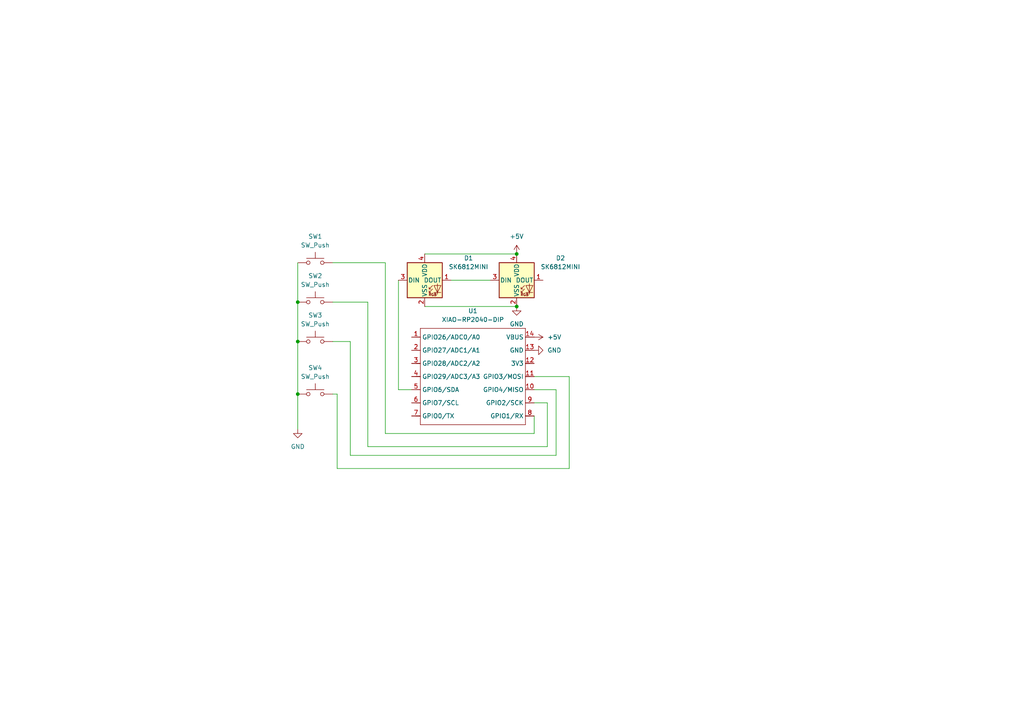
<source format=kicad_sch>
(kicad_sch
	(version 20250114)
	(generator "eeschema")
	(generator_version "9.0")
	(uuid "d315d8f8-623f-40ac-bc33-ce7b19401701")
	(paper "A4")
	(lib_symbols
		(symbol "LED:SK6812MINI"
			(pin_names
				(offset 0.254)
			)
			(exclude_from_sim no)
			(in_bom yes)
			(on_board yes)
			(property "Reference" "D"
				(at 5.08 5.715 0)
				(effects
					(font
						(size 1.27 1.27)
					)
					(justify right bottom)
				)
			)
			(property "Value" "SK6812MINI"
				(at 1.27 -5.715 0)
				(effects
					(font
						(size 1.27 1.27)
					)
					(justify left top)
				)
			)
			(property "Footprint" "LED_SMD:LED_SK6812MINI_PLCC4_3.5x3.5mm_P1.75mm"
				(at 1.27 -7.62 0)
				(effects
					(font
						(size 1.27 1.27)
					)
					(justify left top)
					(hide yes)
				)
			)
			(property "Datasheet" "https://cdn-shop.adafruit.com/product-files/2686/SK6812MINI_REV.01-1-2.pdf"
				(at 2.54 -9.525 0)
				(effects
					(font
						(size 1.27 1.27)
					)
					(justify left top)
					(hide yes)
				)
			)
			(property "Description" "RGB LED with integrated controller"
				(at 0 0 0)
				(effects
					(font
						(size 1.27 1.27)
					)
					(hide yes)
				)
			)
			(property "ki_keywords" "RGB LED NeoPixel Mini addressable"
				(at 0 0 0)
				(effects
					(font
						(size 1.27 1.27)
					)
					(hide yes)
				)
			)
			(property "ki_fp_filters" "LED*SK6812MINI*PLCC*3.5x3.5mm*P1.75mm*"
				(at 0 0 0)
				(effects
					(font
						(size 1.27 1.27)
					)
					(hide yes)
				)
			)
			(symbol "SK6812MINI_0_0"
				(text "RGB"
					(at 2.286 -4.191 0)
					(effects
						(font
							(size 0.762 0.762)
						)
					)
				)
			)
			(symbol "SK6812MINI_0_1"
				(polyline
					(pts
						(xy 1.27 -2.54) (xy 1.778 -2.54)
					)
					(stroke
						(width 0)
						(type default)
					)
					(fill
						(type none)
					)
				)
				(polyline
					(pts
						(xy 1.27 -3.556) (xy 1.778 -3.556)
					)
					(stroke
						(width 0)
						(type default)
					)
					(fill
						(type none)
					)
				)
				(polyline
					(pts
						(xy 2.286 -1.524) (xy 1.27 -2.54) (xy 1.27 -2.032)
					)
					(stroke
						(width 0)
						(type default)
					)
					(fill
						(type none)
					)
				)
				(polyline
					(pts
						(xy 2.286 -2.54) (xy 1.27 -3.556) (xy 1.27 -3.048)
					)
					(stroke
						(width 0)
						(type default)
					)
					(fill
						(type none)
					)
				)
				(polyline
					(pts
						(xy 3.683 -1.016) (xy 3.683 -3.556) (xy 3.683 -4.064)
					)
					(stroke
						(width 0)
						(type default)
					)
					(fill
						(type none)
					)
				)
				(polyline
					(pts
						(xy 4.699 -1.524) (xy 2.667 -1.524) (xy 3.683 -3.556) (xy 4.699 -1.524)
					)
					(stroke
						(width 0)
						(type default)
					)
					(fill
						(type none)
					)
				)
				(polyline
					(pts
						(xy 4.699 -3.556) (xy 2.667 -3.556)
					)
					(stroke
						(width 0)
						(type default)
					)
					(fill
						(type none)
					)
				)
				(rectangle
					(start 5.08 5.08)
					(end -5.08 -5.08)
					(stroke
						(width 0.254)
						(type default)
					)
					(fill
						(type background)
					)
				)
			)
			(symbol "SK6812MINI_1_1"
				(pin input line
					(at -7.62 0 0)
					(length 2.54)
					(name "DIN"
						(effects
							(font
								(size 1.27 1.27)
							)
						)
					)
					(number "3"
						(effects
							(font
								(size 1.27 1.27)
							)
						)
					)
				)
				(pin power_in line
					(at 0 7.62 270)
					(length 2.54)
					(name "VDD"
						(effects
							(font
								(size 1.27 1.27)
							)
						)
					)
					(number "4"
						(effects
							(font
								(size 1.27 1.27)
							)
						)
					)
				)
				(pin power_in line
					(at 0 -7.62 90)
					(length 2.54)
					(name "VSS"
						(effects
							(font
								(size 1.27 1.27)
							)
						)
					)
					(number "2"
						(effects
							(font
								(size 1.27 1.27)
							)
						)
					)
				)
				(pin output line
					(at 7.62 0 180)
					(length 2.54)
					(name "DOUT"
						(effects
							(font
								(size 1.27 1.27)
							)
						)
					)
					(number "1"
						(effects
							(font
								(size 1.27 1.27)
							)
						)
					)
				)
			)
			(embedded_fonts no)
		)
		(symbol "OPL:XIAO-RP2040-DIP"
			(exclude_from_sim no)
			(in_bom yes)
			(on_board yes)
			(property "Reference" "U"
				(at 0 0 0)
				(effects
					(font
						(size 1.27 1.27)
					)
				)
			)
			(property "Value" "XIAO-RP2040-DIP"
				(at 5.334 -1.778 0)
				(effects
					(font
						(size 1.27 1.27)
					)
				)
			)
			(property "Footprint" "Module:MOUDLE14P-XIAO-DIP-SMD"
				(at 14.478 -32.258 0)
				(effects
					(font
						(size 1.27 1.27)
					)
					(hide yes)
				)
			)
			(property "Datasheet" ""
				(at 0 0 0)
				(effects
					(font
						(size 1.27 1.27)
					)
					(hide yes)
				)
			)
			(property "Description" ""
				(at 0 0 0)
				(effects
					(font
						(size 1.27 1.27)
					)
					(hide yes)
				)
			)
			(symbol "XIAO-RP2040-DIP_1_0"
				(polyline
					(pts
						(xy -1.27 -2.54) (xy 29.21 -2.54)
					)
					(stroke
						(width 0.1524)
						(type solid)
					)
					(fill
						(type none)
					)
				)
				(polyline
					(pts
						(xy -1.27 -5.08) (xy -2.54 -5.08)
					)
					(stroke
						(width 0.1524)
						(type solid)
					)
					(fill
						(type none)
					)
				)
				(polyline
					(pts
						(xy -1.27 -5.08) (xy -1.27 -2.54)
					)
					(stroke
						(width 0.1524)
						(type solid)
					)
					(fill
						(type none)
					)
				)
				(polyline
					(pts
						(xy -1.27 -8.89) (xy -2.54 -8.89)
					)
					(stroke
						(width 0.1524)
						(type solid)
					)
					(fill
						(type none)
					)
				)
				(polyline
					(pts
						(xy -1.27 -8.89) (xy -1.27 -5.08)
					)
					(stroke
						(width 0.1524)
						(type solid)
					)
					(fill
						(type none)
					)
				)
				(polyline
					(pts
						(xy -1.27 -12.7) (xy -2.54 -12.7)
					)
					(stroke
						(width 0.1524)
						(type solid)
					)
					(fill
						(type none)
					)
				)
				(polyline
					(pts
						(xy -1.27 -12.7) (xy -1.27 -8.89)
					)
					(stroke
						(width 0.1524)
						(type solid)
					)
					(fill
						(type none)
					)
				)
				(polyline
					(pts
						(xy -1.27 -16.51) (xy -2.54 -16.51)
					)
					(stroke
						(width 0.1524)
						(type solid)
					)
					(fill
						(type none)
					)
				)
				(polyline
					(pts
						(xy -1.27 -16.51) (xy -1.27 -12.7)
					)
					(stroke
						(width 0.1524)
						(type solid)
					)
					(fill
						(type none)
					)
				)
				(polyline
					(pts
						(xy -1.27 -20.32) (xy -2.54 -20.32)
					)
					(stroke
						(width 0.1524)
						(type solid)
					)
					(fill
						(type none)
					)
				)
				(polyline
					(pts
						(xy -1.27 -24.13) (xy -2.54 -24.13)
					)
					(stroke
						(width 0.1524)
						(type solid)
					)
					(fill
						(type none)
					)
				)
				(polyline
					(pts
						(xy -1.27 -27.94) (xy -2.54 -27.94)
					)
					(stroke
						(width 0.1524)
						(type solid)
					)
					(fill
						(type none)
					)
				)
				(polyline
					(pts
						(xy -1.27 -30.48) (xy -1.27 -16.51)
					)
					(stroke
						(width 0.1524)
						(type solid)
					)
					(fill
						(type none)
					)
				)
				(polyline
					(pts
						(xy 29.21 -2.54) (xy 29.21 -5.08)
					)
					(stroke
						(width 0.1524)
						(type solid)
					)
					(fill
						(type none)
					)
				)
				(polyline
					(pts
						(xy 29.21 -5.08) (xy 29.21 -8.89)
					)
					(stroke
						(width 0.1524)
						(type solid)
					)
					(fill
						(type none)
					)
				)
				(polyline
					(pts
						(xy 29.21 -8.89) (xy 29.21 -12.7)
					)
					(stroke
						(width 0.1524)
						(type solid)
					)
					(fill
						(type none)
					)
				)
				(polyline
					(pts
						(xy 29.21 -12.7) (xy 29.21 -30.48)
					)
					(stroke
						(width 0.1524)
						(type solid)
					)
					(fill
						(type none)
					)
				)
				(polyline
					(pts
						(xy 29.21 -30.48) (xy -1.27 -30.48)
					)
					(stroke
						(width 0.1524)
						(type solid)
					)
					(fill
						(type none)
					)
				)
				(polyline
					(pts
						(xy 30.48 -5.08) (xy 29.21 -5.08)
					)
					(stroke
						(width 0.1524)
						(type solid)
					)
					(fill
						(type none)
					)
				)
				(polyline
					(pts
						(xy 30.48 -8.89) (xy 29.21 -8.89)
					)
					(stroke
						(width 0.1524)
						(type solid)
					)
					(fill
						(type none)
					)
				)
				(polyline
					(pts
						(xy 30.48 -12.7) (xy 29.21 -12.7)
					)
					(stroke
						(width 0.1524)
						(type solid)
					)
					(fill
						(type none)
					)
				)
				(polyline
					(pts
						(xy 30.48 -16.51) (xy 29.21 -16.51)
					)
					(stroke
						(width 0.1524)
						(type solid)
					)
					(fill
						(type none)
					)
				)
				(polyline
					(pts
						(xy 30.48 -20.32) (xy 29.21 -20.32)
					)
					(stroke
						(width 0.1524)
						(type solid)
					)
					(fill
						(type none)
					)
				)
				(polyline
					(pts
						(xy 30.48 -24.13) (xy 29.21 -24.13)
					)
					(stroke
						(width 0.1524)
						(type solid)
					)
					(fill
						(type none)
					)
				)
				(polyline
					(pts
						(xy 30.48 -27.94) (xy 29.21 -27.94)
					)
					(stroke
						(width 0.1524)
						(type solid)
					)
					(fill
						(type none)
					)
				)
				(pin passive line
					(at -3.81 -5.08 0)
					(length 2.54)
					(name "GPIO26/ADC0/A0"
						(effects
							(font
								(size 1.27 1.27)
							)
						)
					)
					(number "1"
						(effects
							(font
								(size 1.27 1.27)
							)
						)
					)
				)
				(pin passive line
					(at -3.81 -8.89 0)
					(length 2.54)
					(name "GPIO27/ADC1/A1"
						(effects
							(font
								(size 1.27 1.27)
							)
						)
					)
					(number "2"
						(effects
							(font
								(size 1.27 1.27)
							)
						)
					)
				)
				(pin passive line
					(at -3.81 -12.7 0)
					(length 2.54)
					(name "GPIO28/ADC2/A2"
						(effects
							(font
								(size 1.27 1.27)
							)
						)
					)
					(number "3"
						(effects
							(font
								(size 1.27 1.27)
							)
						)
					)
				)
				(pin passive line
					(at -3.81 -16.51 0)
					(length 2.54)
					(name "GPIO29/ADC3/A3"
						(effects
							(font
								(size 1.27 1.27)
							)
						)
					)
					(number "4"
						(effects
							(font
								(size 1.27 1.27)
							)
						)
					)
				)
				(pin passive line
					(at -3.81 -20.32 0)
					(length 2.54)
					(name "GPIO6/SDA"
						(effects
							(font
								(size 1.27 1.27)
							)
						)
					)
					(number "5"
						(effects
							(font
								(size 1.27 1.27)
							)
						)
					)
				)
				(pin passive line
					(at -3.81 -24.13 0)
					(length 2.54)
					(name "GPIO7/SCL"
						(effects
							(font
								(size 1.27 1.27)
							)
						)
					)
					(number "6"
						(effects
							(font
								(size 1.27 1.27)
							)
						)
					)
				)
				(pin passive line
					(at -3.81 -27.94 0)
					(length 2.54)
					(name "GPIO0/TX"
						(effects
							(font
								(size 1.27 1.27)
							)
						)
					)
					(number "7"
						(effects
							(font
								(size 1.27 1.27)
							)
						)
					)
				)
				(pin passive line
					(at 31.75 -5.08 180)
					(length 2.54)
					(name "VBUS"
						(effects
							(font
								(size 1.27 1.27)
							)
						)
					)
					(number "14"
						(effects
							(font
								(size 1.27 1.27)
							)
						)
					)
				)
				(pin passive line
					(at 31.75 -8.89 180)
					(length 2.54)
					(name "GND"
						(effects
							(font
								(size 1.27 1.27)
							)
						)
					)
					(number "13"
						(effects
							(font
								(size 1.27 1.27)
							)
						)
					)
				)
				(pin passive line
					(at 31.75 -12.7 180)
					(length 2.54)
					(name "3V3"
						(effects
							(font
								(size 1.27 1.27)
							)
						)
					)
					(number "12"
						(effects
							(font
								(size 1.27 1.27)
							)
						)
					)
				)
				(pin passive line
					(at 31.75 -16.51 180)
					(length 2.54)
					(name "GPIO3/MOSI"
						(effects
							(font
								(size 1.27 1.27)
							)
						)
					)
					(number "11"
						(effects
							(font
								(size 1.27 1.27)
							)
						)
					)
				)
				(pin passive line
					(at 31.75 -20.32 180)
					(length 2.54)
					(name "GPIO4/MISO"
						(effects
							(font
								(size 1.27 1.27)
							)
						)
					)
					(number "10"
						(effects
							(font
								(size 1.27 1.27)
							)
						)
					)
				)
				(pin passive line
					(at 31.75 -24.13 180)
					(length 2.54)
					(name "GPIO2/SCK"
						(effects
							(font
								(size 1.27 1.27)
							)
						)
					)
					(number "9"
						(effects
							(font
								(size 1.27 1.27)
							)
						)
					)
				)
				(pin passive line
					(at 31.75 -27.94 180)
					(length 2.54)
					(name "GPIO1/RX"
						(effects
							(font
								(size 1.27 1.27)
							)
						)
					)
					(number "8"
						(effects
							(font
								(size 1.27 1.27)
							)
						)
					)
				)
			)
			(embedded_fonts no)
		)
		(symbol "Switch:SW_Push"
			(pin_numbers
				(hide yes)
			)
			(pin_names
				(offset 1.016)
				(hide yes)
			)
			(exclude_from_sim no)
			(in_bom yes)
			(on_board yes)
			(property "Reference" "SW"
				(at 1.27 2.54 0)
				(effects
					(font
						(size 1.27 1.27)
					)
					(justify left)
				)
			)
			(property "Value" "SW_Push"
				(at 0 -1.524 0)
				(effects
					(font
						(size 1.27 1.27)
					)
				)
			)
			(property "Footprint" ""
				(at 0 5.08 0)
				(effects
					(font
						(size 1.27 1.27)
					)
					(hide yes)
				)
			)
			(property "Datasheet" "~"
				(at 0 5.08 0)
				(effects
					(font
						(size 1.27 1.27)
					)
					(hide yes)
				)
			)
			(property "Description" "Push button switch, generic, two pins"
				(at 0 0 0)
				(effects
					(font
						(size 1.27 1.27)
					)
					(hide yes)
				)
			)
			(property "ki_keywords" "switch normally-open pushbutton push-button"
				(at 0 0 0)
				(effects
					(font
						(size 1.27 1.27)
					)
					(hide yes)
				)
			)
			(symbol "SW_Push_0_1"
				(circle
					(center -2.032 0)
					(radius 0.508)
					(stroke
						(width 0)
						(type default)
					)
					(fill
						(type none)
					)
				)
				(polyline
					(pts
						(xy 0 1.27) (xy 0 3.048)
					)
					(stroke
						(width 0)
						(type default)
					)
					(fill
						(type none)
					)
				)
				(circle
					(center 2.032 0)
					(radius 0.508)
					(stroke
						(width 0)
						(type default)
					)
					(fill
						(type none)
					)
				)
				(polyline
					(pts
						(xy 2.54 1.27) (xy -2.54 1.27)
					)
					(stroke
						(width 0)
						(type default)
					)
					(fill
						(type none)
					)
				)
				(pin passive line
					(at -5.08 0 0)
					(length 2.54)
					(name "1"
						(effects
							(font
								(size 1.27 1.27)
							)
						)
					)
					(number "1"
						(effects
							(font
								(size 1.27 1.27)
							)
						)
					)
				)
				(pin passive line
					(at 5.08 0 180)
					(length 2.54)
					(name "2"
						(effects
							(font
								(size 1.27 1.27)
							)
						)
					)
					(number "2"
						(effects
							(font
								(size 1.27 1.27)
							)
						)
					)
				)
			)
			(embedded_fonts no)
		)
		(symbol "power:+5V"
			(power)
			(pin_numbers
				(hide yes)
			)
			(pin_names
				(offset 0)
				(hide yes)
			)
			(exclude_from_sim no)
			(in_bom yes)
			(on_board yes)
			(property "Reference" "#PWR"
				(at 0 -3.81 0)
				(effects
					(font
						(size 1.27 1.27)
					)
					(hide yes)
				)
			)
			(property "Value" "+5V"
				(at 0 3.556 0)
				(effects
					(font
						(size 1.27 1.27)
					)
				)
			)
			(property "Footprint" ""
				(at 0 0 0)
				(effects
					(font
						(size 1.27 1.27)
					)
					(hide yes)
				)
			)
			(property "Datasheet" ""
				(at 0 0 0)
				(effects
					(font
						(size 1.27 1.27)
					)
					(hide yes)
				)
			)
			(property "Description" "Power symbol creates a global label with name \"+5V\""
				(at 0 0 0)
				(effects
					(font
						(size 1.27 1.27)
					)
					(hide yes)
				)
			)
			(property "ki_keywords" "global power"
				(at 0 0 0)
				(effects
					(font
						(size 1.27 1.27)
					)
					(hide yes)
				)
			)
			(symbol "+5V_0_1"
				(polyline
					(pts
						(xy -0.762 1.27) (xy 0 2.54)
					)
					(stroke
						(width 0)
						(type default)
					)
					(fill
						(type none)
					)
				)
				(polyline
					(pts
						(xy 0 2.54) (xy 0.762 1.27)
					)
					(stroke
						(width 0)
						(type default)
					)
					(fill
						(type none)
					)
				)
				(polyline
					(pts
						(xy 0 0) (xy 0 2.54)
					)
					(stroke
						(width 0)
						(type default)
					)
					(fill
						(type none)
					)
				)
			)
			(symbol "+5V_1_1"
				(pin power_in line
					(at 0 0 90)
					(length 0)
					(name "~"
						(effects
							(font
								(size 1.27 1.27)
							)
						)
					)
					(number "1"
						(effects
							(font
								(size 1.27 1.27)
							)
						)
					)
				)
			)
			(embedded_fonts no)
		)
		(symbol "power:GND"
			(power)
			(pin_numbers
				(hide yes)
			)
			(pin_names
				(offset 0)
				(hide yes)
			)
			(exclude_from_sim no)
			(in_bom yes)
			(on_board yes)
			(property "Reference" "#PWR"
				(at 0 -6.35 0)
				(effects
					(font
						(size 1.27 1.27)
					)
					(hide yes)
				)
			)
			(property "Value" "GND"
				(at 0 -3.81 0)
				(effects
					(font
						(size 1.27 1.27)
					)
				)
			)
			(property "Footprint" ""
				(at 0 0 0)
				(effects
					(font
						(size 1.27 1.27)
					)
					(hide yes)
				)
			)
			(property "Datasheet" ""
				(at 0 0 0)
				(effects
					(font
						(size 1.27 1.27)
					)
					(hide yes)
				)
			)
			(property "Description" "Power symbol creates a global label with name \"GND\" , ground"
				(at 0 0 0)
				(effects
					(font
						(size 1.27 1.27)
					)
					(hide yes)
				)
			)
			(property "ki_keywords" "global power"
				(at 0 0 0)
				(effects
					(font
						(size 1.27 1.27)
					)
					(hide yes)
				)
			)
			(symbol "GND_0_1"
				(polyline
					(pts
						(xy 0 0) (xy 0 -1.27) (xy 1.27 -1.27) (xy 0 -2.54) (xy -1.27 -1.27) (xy 0 -1.27)
					)
					(stroke
						(width 0)
						(type default)
					)
					(fill
						(type none)
					)
				)
			)
			(symbol "GND_1_1"
				(pin power_in line
					(at 0 0 270)
					(length 0)
					(name "~"
						(effects
							(font
								(size 1.27 1.27)
							)
						)
					)
					(number "1"
						(effects
							(font
								(size 1.27 1.27)
							)
						)
					)
				)
			)
			(embedded_fonts no)
		)
	)
	(junction
		(at 86.36 87.63)
		(diameter 0)
		(color 0 0 0 0)
		(uuid "137a7ccc-c32b-4ec1-8fbd-4050264c598f")
	)
	(junction
		(at 86.36 114.3)
		(diameter 0)
		(color 0 0 0 0)
		(uuid "14287c18-ac35-48b6-ad29-a49da097f312")
	)
	(junction
		(at 149.86 73.66)
		(diameter 0)
		(color 0 0 0 0)
		(uuid "67ea0163-074d-4912-8a16-003cd6571716")
	)
	(junction
		(at 86.36 99.06)
		(diameter 0)
		(color 0 0 0 0)
		(uuid "ac5f656d-06ee-4b6f-a2a5-5a464acf8db4")
	)
	(junction
		(at 149.86 88.9)
		(diameter 0)
		(color 0 0 0 0)
		(uuid "fb8ab87d-b922-43a7-bc97-aafbcd5cffae")
	)
	(wire
		(pts
			(xy 86.36 87.63) (xy 86.36 99.06)
		)
		(stroke
			(width 0)
			(type default)
		)
		(uuid "03c4ad6a-49f2-48d7-8e71-cc6b4d029a32")
	)
	(wire
		(pts
			(xy 86.36 99.06) (xy 86.36 114.3)
		)
		(stroke
			(width 0)
			(type default)
		)
		(uuid "0fbd5547-9a30-4d27-9465-59dcf4f7cf71")
	)
	(wire
		(pts
			(xy 154.94 109.22) (xy 165.1 109.22)
		)
		(stroke
			(width 0)
			(type default)
		)
		(uuid "1b553ccb-7365-4f60-a164-5dceb60cc914")
	)
	(wire
		(pts
			(xy 101.6 99.06) (xy 96.52 99.06)
		)
		(stroke
			(width 0)
			(type default)
		)
		(uuid "346a4d37-efc7-449d-ba41-37e6a40d867f")
	)
	(wire
		(pts
			(xy 123.19 88.9) (xy 149.86 88.9)
		)
		(stroke
			(width 0)
			(type default)
		)
		(uuid "37f317d7-1fe7-4fc1-a8c8-e9ba9b5e472f")
	)
	(wire
		(pts
			(xy 111.76 125.73) (xy 111.76 76.2)
		)
		(stroke
			(width 0)
			(type default)
		)
		(uuid "70d27dc3-9991-4f56-892a-25db436022b7")
	)
	(wire
		(pts
			(xy 165.1 135.89) (xy 97.79 135.89)
		)
		(stroke
			(width 0)
			(type default)
		)
		(uuid "81a0122b-1d62-4f5a-9d54-16d3e6c24793")
	)
	(wire
		(pts
			(xy 115.57 81.28) (xy 115.57 113.03)
		)
		(stroke
			(width 0)
			(type default)
		)
		(uuid "86985f7a-e6a7-48fd-9a07-52f43f3180d2")
	)
	(wire
		(pts
			(xy 106.68 129.54) (xy 106.68 87.63)
		)
		(stroke
			(width 0)
			(type default)
		)
		(uuid "8aaeb01c-ab77-426f-a1e4-f4e4558d7587")
	)
	(wire
		(pts
			(xy 86.36 76.2) (xy 86.36 87.63)
		)
		(stroke
			(width 0)
			(type default)
		)
		(uuid "8d6d82d8-13e2-40ef-8220-1414824d8343")
	)
	(wire
		(pts
			(xy 161.29 113.03) (xy 161.29 132.08)
		)
		(stroke
			(width 0)
			(type default)
		)
		(uuid "8ec798d1-ddca-4c44-b294-f02927504462")
	)
	(wire
		(pts
			(xy 123.19 73.66) (xy 149.86 73.66)
		)
		(stroke
			(width 0)
			(type default)
		)
		(uuid "9b14a109-4d78-4eea-a779-10a0b8257a00")
	)
	(wire
		(pts
			(xy 161.29 132.08) (xy 101.6 132.08)
		)
		(stroke
			(width 0)
			(type default)
		)
		(uuid "a16c4cf3-ca8a-4129-888a-12998c16c4b4")
	)
	(wire
		(pts
			(xy 130.81 81.28) (xy 142.24 81.28)
		)
		(stroke
			(width 0)
			(type default)
		)
		(uuid "af0ebeda-de29-43a8-84fb-2c68054c574c")
	)
	(wire
		(pts
			(xy 101.6 132.08) (xy 101.6 99.06)
		)
		(stroke
			(width 0)
			(type default)
		)
		(uuid "af4a576c-7f71-4fa8-9c2e-07b9e3b36e69")
	)
	(wire
		(pts
			(xy 154.94 125.73) (xy 111.76 125.73)
		)
		(stroke
			(width 0)
			(type default)
		)
		(uuid "b2e80270-0a32-4b7f-9464-5b5fd810a18b")
	)
	(wire
		(pts
			(xy 154.94 113.03) (xy 161.29 113.03)
		)
		(stroke
			(width 0)
			(type default)
		)
		(uuid "bc37477d-bbb6-43db-b846-6c9c9a0e006a")
	)
	(wire
		(pts
			(xy 158.75 129.54) (xy 106.68 129.54)
		)
		(stroke
			(width 0)
			(type default)
		)
		(uuid "beef019d-20d4-4630-88b9-c00e83601b21")
	)
	(wire
		(pts
			(xy 97.79 135.89) (xy 97.79 114.3)
		)
		(stroke
			(width 0)
			(type default)
		)
		(uuid "cd5d197f-3b2b-4534-9bfb-7e1c9bf35550")
	)
	(wire
		(pts
			(xy 115.57 113.03) (xy 119.38 113.03)
		)
		(stroke
			(width 0)
			(type default)
		)
		(uuid "df025af0-8144-4f7e-931d-8d6e47c915eb")
	)
	(wire
		(pts
			(xy 86.36 114.3) (xy 86.36 124.46)
		)
		(stroke
			(width 0)
			(type default)
		)
		(uuid "e440ecbf-0aab-452f-a459-b60fc21f9fd8")
	)
	(wire
		(pts
			(xy 158.75 116.84) (xy 158.75 129.54)
		)
		(stroke
			(width 0)
			(type default)
		)
		(uuid "ec31e6e0-110e-46f0-a416-520ad94c1c8e")
	)
	(wire
		(pts
			(xy 154.94 120.65) (xy 154.94 125.73)
		)
		(stroke
			(width 0)
			(type default)
		)
		(uuid "f3c7e381-9ba4-4a02-8995-1e38f3a61b60")
	)
	(wire
		(pts
			(xy 165.1 109.22) (xy 165.1 135.89)
		)
		(stroke
			(width 0)
			(type default)
		)
		(uuid "f5a9ef84-e360-44d0-b0e5-8b703a80e99c")
	)
	(wire
		(pts
			(xy 106.68 87.63) (xy 96.52 87.63)
		)
		(stroke
			(width 0)
			(type default)
		)
		(uuid "f62215a9-7658-4b16-94fc-0217445dfcff")
	)
	(wire
		(pts
			(xy 154.94 116.84) (xy 158.75 116.84)
		)
		(stroke
			(width 0)
			(type default)
		)
		(uuid "fc7a0144-9209-478f-bbc9-8dd06def234c")
	)
	(wire
		(pts
			(xy 97.79 114.3) (xy 96.52 114.3)
		)
		(stroke
			(width 0)
			(type default)
		)
		(uuid "fd45a3d7-a4ec-443c-9d4a-8764feb3061d")
	)
	(wire
		(pts
			(xy 111.76 76.2) (xy 96.52 76.2)
		)
		(stroke
			(width 0)
			(type default)
		)
		(uuid "fdf8d94e-dc03-4857-8451-6b386e0f4310")
	)
	(symbol
		(lib_id "power:+5V")
		(at 149.86 73.66 0)
		(unit 1)
		(exclude_from_sim no)
		(in_bom yes)
		(on_board yes)
		(dnp no)
		(fields_autoplaced yes)
		(uuid "121d5893-0690-4c97-b2c0-3b367ef7ac06")
		(property "Reference" "#PWR05"
			(at 149.86 77.47 0)
			(effects
				(font
					(size 1.27 1.27)
				)
				(hide yes)
			)
		)
		(property "Value" "+5V"
			(at 149.86 68.58 0)
			(effects
				(font
					(size 1.27 1.27)
				)
			)
		)
		(property "Footprint" ""
			(at 149.86 73.66 0)
			(effects
				(font
					(size 1.27 1.27)
				)
				(hide yes)
			)
		)
		(property "Datasheet" ""
			(at 149.86 73.66 0)
			(effects
				(font
					(size 1.27 1.27)
				)
				(hide yes)
			)
		)
		(property "Description" "Power symbol creates a global label with name \"+5V\""
			(at 149.86 73.66 0)
			(effects
				(font
					(size 1.27 1.27)
				)
				(hide yes)
			)
		)
		(pin "1"
			(uuid "b4381d3d-0d55-451b-9df8-f76bb110c2e8")
		)
		(instances
			(project ""
				(path "/d315d8f8-623f-40ac-bc33-ce7b19401701"
					(reference "#PWR05")
					(unit 1)
				)
			)
		)
	)
	(symbol
		(lib_id "OPL:XIAO-RP2040-DIP")
		(at 123.19 92.71 0)
		(unit 1)
		(exclude_from_sim no)
		(in_bom yes)
		(on_board yes)
		(dnp no)
		(fields_autoplaced yes)
		(uuid "14ed0698-cb83-4f6f-87cb-3001acc4c9b8")
		(property "Reference" "U1"
			(at 137.16 90.17 0)
			(effects
				(font
					(size 1.27 1.27)
				)
			)
		)
		(property "Value" "XIAO-RP2040-DIP"
			(at 137.16 92.71 0)
			(effects
				(font
					(size 1.27 1.27)
				)
			)
		)
		(property "Footprint" "OPL:XIAO-RP2040-DIP"
			(at 137.668 124.968 0)
			(effects
				(font
					(size 1.27 1.27)
				)
				(hide yes)
			)
		)
		(property "Datasheet" ""
			(at 123.19 92.71 0)
			(effects
				(font
					(size 1.27 1.27)
				)
				(hide yes)
			)
		)
		(property "Description" ""
			(at 123.19 92.71 0)
			(effects
				(font
					(size 1.27 1.27)
				)
				(hide yes)
			)
		)
		(pin "1"
			(uuid "6dfc4965-edf9-462a-8e22-e7562fdc655d")
		)
		(pin "12"
			(uuid "4845611c-2492-4f09-85d7-cfc4f18c2cba")
		)
		(pin "3"
			(uuid "91c564f4-441b-4681-b32d-5300c8081c3f")
		)
		(pin "14"
			(uuid "a963d629-23ff-4fe0-95fb-243611830f17")
		)
		(pin "8"
			(uuid "f5d362cc-fb6f-41a9-9c12-9fecd541c0cf")
		)
		(pin "2"
			(uuid "3d4427e3-a0dd-47e1-b9c9-42a54a786abc")
		)
		(pin "4"
			(uuid "00689ef6-4e64-429c-93c3-b3d24d26eeed")
		)
		(pin "5"
			(uuid "242c2c86-f868-40c2-a06d-a9e5bd2067f5")
		)
		(pin "6"
			(uuid "b15afd97-9ed1-499b-969c-66b3fa2e082f")
		)
		(pin "7"
			(uuid "ac708a27-72b6-49fe-bdeb-48cbc651413b")
		)
		(pin "13"
			(uuid "856c389b-2401-4b3f-b8a7-f5e5ce46969e")
		)
		(pin "10"
			(uuid "ba9d84d1-929c-4333-ad79-1ce39243570a")
		)
		(pin "11"
			(uuid "e60aa19a-5ce3-4bb3-b17d-5d4ca9e1423d")
		)
		(pin "9"
			(uuid "abf9c42a-c0d6-49ca-8cda-540b81044c55")
		)
		(instances
			(project ""
				(path "/d315d8f8-623f-40ac-bc33-ce7b19401701"
					(reference "U1")
					(unit 1)
				)
			)
		)
	)
	(symbol
		(lib_id "Switch:SW_Push")
		(at 91.44 87.63 0)
		(unit 1)
		(exclude_from_sim no)
		(in_bom yes)
		(on_board yes)
		(dnp no)
		(fields_autoplaced yes)
		(uuid "2a2e49c6-eeab-465c-9652-bc7442fd9a2c")
		(property "Reference" "SW2"
			(at 91.44 80.01 0)
			(effects
				(font
					(size 1.27 1.27)
				)
			)
		)
		(property "Value" "SW_Push"
			(at 91.44 82.55 0)
			(effects
				(font
					(size 1.27 1.27)
				)
			)
		)
		(property "Footprint" "Button_Switch_Keyboard:SW_Cherry_MX_1.00u_PCB"
			(at 91.44 82.55 0)
			(effects
				(font
					(size 1.27 1.27)
				)
				(hide yes)
			)
		)
		(property "Datasheet" "~"
			(at 91.44 82.55 0)
			(effects
				(font
					(size 1.27 1.27)
				)
				(hide yes)
			)
		)
		(property "Description" "Push button switch, generic, two pins"
			(at 91.44 87.63 0)
			(effects
				(font
					(size 1.27 1.27)
				)
				(hide yes)
			)
		)
		(pin "2"
			(uuid "f9cf0e87-921b-4e75-9b5f-126a6113617d")
		)
		(pin "1"
			(uuid "c9ab4a0a-435c-46fc-b2d1-013e5d644342")
		)
		(instances
			(project ""
				(path "/d315d8f8-623f-40ac-bc33-ce7b19401701"
					(reference "SW2")
					(unit 1)
				)
			)
		)
	)
	(symbol
		(lib_id "power:GND")
		(at 86.36 124.46 0)
		(unit 1)
		(exclude_from_sim no)
		(in_bom yes)
		(on_board yes)
		(dnp no)
		(fields_autoplaced yes)
		(uuid "3b21fc8f-313e-4861-89de-6c0e45fdf79c")
		(property "Reference" "#PWR02"
			(at 86.36 130.81 0)
			(effects
				(font
					(size 1.27 1.27)
				)
				(hide yes)
			)
		)
		(property "Value" "GND"
			(at 86.36 129.54 0)
			(effects
				(font
					(size 1.27 1.27)
				)
			)
		)
		(property "Footprint" ""
			(at 86.36 124.46 0)
			(effects
				(font
					(size 1.27 1.27)
				)
				(hide yes)
			)
		)
		(property "Datasheet" ""
			(at 86.36 124.46 0)
			(effects
				(font
					(size 1.27 1.27)
				)
				(hide yes)
			)
		)
		(property "Description" "Power symbol creates a global label with name \"GND\" , ground"
			(at 86.36 124.46 0)
			(effects
				(font
					(size 1.27 1.27)
				)
				(hide yes)
			)
		)
		(pin "1"
			(uuid "820178df-5104-4156-8d23-c0cec6ca45c7")
		)
		(instances
			(project ""
				(path "/d315d8f8-623f-40ac-bc33-ce7b19401701"
					(reference "#PWR02")
					(unit 1)
				)
			)
		)
	)
	(symbol
		(lib_id "Switch:SW_Push")
		(at 91.44 99.06 0)
		(unit 1)
		(exclude_from_sim no)
		(in_bom yes)
		(on_board yes)
		(dnp no)
		(fields_autoplaced yes)
		(uuid "3fbb67ef-04e5-41a9-938c-7b28f27b94c2")
		(property "Reference" "SW3"
			(at 91.44 91.44 0)
			(effects
				(font
					(size 1.27 1.27)
				)
			)
		)
		(property "Value" "SW_Push"
			(at 91.44 93.98 0)
			(effects
				(font
					(size 1.27 1.27)
				)
			)
		)
		(property "Footprint" "Button_Switch_Keyboard:SW_Cherry_MX_1.00u_PCB"
			(at 91.44 93.98 0)
			(effects
				(font
					(size 1.27 1.27)
				)
				(hide yes)
			)
		)
		(property "Datasheet" "~"
			(at 91.44 93.98 0)
			(effects
				(font
					(size 1.27 1.27)
				)
				(hide yes)
			)
		)
		(property "Description" "Push button switch, generic, two pins"
			(at 91.44 99.06 0)
			(effects
				(font
					(size 1.27 1.27)
				)
				(hide yes)
			)
		)
		(pin "1"
			(uuid "a5b9fde6-16ef-46c9-82b0-ba4747d33cf2")
		)
		(pin "2"
			(uuid "65c483e5-11c2-452f-862b-c16957af00ed")
		)
		(instances
			(project ""
				(path "/d315d8f8-623f-40ac-bc33-ce7b19401701"
					(reference "SW3")
					(unit 1)
				)
			)
		)
	)
	(symbol
		(lib_id "power:GND")
		(at 149.86 88.9 0)
		(unit 1)
		(exclude_from_sim no)
		(in_bom yes)
		(on_board yes)
		(dnp no)
		(fields_autoplaced yes)
		(uuid "69268500-8a51-40b9-824f-71556083dd6c")
		(property "Reference" "#PWR01"
			(at 149.86 95.25 0)
			(effects
				(font
					(size 1.27 1.27)
				)
				(hide yes)
			)
		)
		(property "Value" "GND"
			(at 149.86 93.98 0)
			(effects
				(font
					(size 1.27 1.27)
				)
			)
		)
		(property "Footprint" ""
			(at 149.86 88.9 0)
			(effects
				(font
					(size 1.27 1.27)
				)
				(hide yes)
			)
		)
		(property "Datasheet" ""
			(at 149.86 88.9 0)
			(effects
				(font
					(size 1.27 1.27)
				)
				(hide yes)
			)
		)
		(property "Description" "Power symbol creates a global label with name \"GND\" , ground"
			(at 149.86 88.9 0)
			(effects
				(font
					(size 1.27 1.27)
				)
				(hide yes)
			)
		)
		(pin "1"
			(uuid "28b9aec2-bbab-45cd-9929-503e7db3a6d0")
		)
		(instances
			(project ""
				(path "/d315d8f8-623f-40ac-bc33-ce7b19401701"
					(reference "#PWR01")
					(unit 1)
				)
			)
		)
	)
	(symbol
		(lib_id "LED:SK6812MINI")
		(at 123.19 81.28 0)
		(unit 1)
		(exclude_from_sim no)
		(in_bom yes)
		(on_board yes)
		(dnp no)
		(fields_autoplaced yes)
		(uuid "9bad732b-afad-47c8-b8c1-22c944de62a1")
		(property "Reference" "D1"
			(at 135.89 74.8598 0)
			(effects
				(font
					(size 1.27 1.27)
				)
			)
		)
		(property "Value" "SK6812MINI"
			(at 135.89 77.3998 0)
			(effects
				(font
					(size 1.27 1.27)
				)
			)
		)
		(property "Footprint" "LED_SMD:LED_SK6812MINI_PLCC4_3.5x3.5mm_P1.75mm"
			(at 124.46 88.9 0)
			(effects
				(font
					(size 1.27 1.27)
				)
				(justify left top)
				(hide yes)
			)
		)
		(property "Datasheet" "https://cdn-shop.adafruit.com/product-files/2686/SK6812MINI_REV.01-1-2.pdf"
			(at 125.73 90.805 0)
			(effects
				(font
					(size 1.27 1.27)
				)
				(justify left top)
				(hide yes)
			)
		)
		(property "Description" "RGB LED with integrated controller"
			(at 123.19 81.28 0)
			(effects
				(font
					(size 1.27 1.27)
				)
				(hide yes)
			)
		)
		(pin "3"
			(uuid "9573999f-4b90-4555-951c-4c53dc0189aa")
		)
		(pin "2"
			(uuid "8cc7eac1-2dd7-479c-bc07-f17540201c83")
		)
		(pin "1"
			(uuid "9582235c-c21c-4db3-9e02-7bbd4fb0925c")
		)
		(pin "4"
			(uuid "662a1061-03c5-4cfe-84c3-1236a8184caf")
		)
		(instances
			(project ""
				(path "/d315d8f8-623f-40ac-bc33-ce7b19401701"
					(reference "D1")
					(unit 1)
				)
			)
		)
	)
	(symbol
		(lib_id "Switch:SW_Push")
		(at 91.44 114.3 0)
		(unit 1)
		(exclude_from_sim no)
		(in_bom yes)
		(on_board yes)
		(dnp no)
		(fields_autoplaced yes)
		(uuid "c00ecd1b-2376-4d28-b0ea-43430acbd2da")
		(property "Reference" "SW4"
			(at 91.44 106.68 0)
			(effects
				(font
					(size 1.27 1.27)
				)
			)
		)
		(property "Value" "SW_Push"
			(at 91.44 109.22 0)
			(effects
				(font
					(size 1.27 1.27)
				)
			)
		)
		(property "Footprint" "Button_Switch_Keyboard:SW_Cherry_MX_1.00u_PCB"
			(at 91.44 109.22 0)
			(effects
				(font
					(size 1.27 1.27)
				)
				(hide yes)
			)
		)
		(property "Datasheet" "~"
			(at 91.44 109.22 0)
			(effects
				(font
					(size 1.27 1.27)
				)
				(hide yes)
			)
		)
		(property "Description" "Push button switch, generic, two pins"
			(at 91.44 114.3 0)
			(effects
				(font
					(size 1.27 1.27)
				)
				(hide yes)
			)
		)
		(pin "1"
			(uuid "9a7510b0-a397-4d46-b84e-44cd95cfb929")
		)
		(pin "2"
			(uuid "02db4bb5-13a3-4395-8ea4-ac7f3f5d3c7a")
		)
		(instances
			(project ""
				(path "/d315d8f8-623f-40ac-bc33-ce7b19401701"
					(reference "SW4")
					(unit 1)
				)
			)
		)
	)
	(symbol
		(lib_id "Switch:SW_Push")
		(at 91.44 76.2 0)
		(unit 1)
		(exclude_from_sim no)
		(in_bom yes)
		(on_board yes)
		(dnp no)
		(fields_autoplaced yes)
		(uuid "c0ae8fc4-25b1-41aa-a252-9d60c9ffb876")
		(property "Reference" "SW1"
			(at 91.44 68.58 0)
			(effects
				(font
					(size 1.27 1.27)
				)
			)
		)
		(property "Value" "SW_Push"
			(at 91.44 71.12 0)
			(effects
				(font
					(size 1.27 1.27)
				)
			)
		)
		(property "Footprint" "Button_Switch_Keyboard:SW_Cherry_MX_1.00u_PCB"
			(at 91.44 71.12 0)
			(effects
				(font
					(size 1.27 1.27)
				)
				(hide yes)
			)
		)
		(property "Datasheet" "~"
			(at 91.44 71.12 0)
			(effects
				(font
					(size 1.27 1.27)
				)
				(hide yes)
			)
		)
		(property "Description" "Push button switch, generic, two pins"
			(at 91.44 76.2 0)
			(effects
				(font
					(size 1.27 1.27)
				)
				(hide yes)
			)
		)
		(pin "1"
			(uuid "e95d6bb8-e67c-4acb-bd84-40dc0afcf7d5")
		)
		(pin "2"
			(uuid "25f72e6c-5b75-4463-a8ed-f6a59e9bd281")
		)
		(instances
			(project ""
				(path "/d315d8f8-623f-40ac-bc33-ce7b19401701"
					(reference "SW1")
					(unit 1)
				)
			)
		)
	)
	(symbol
		(lib_id "power:+5V")
		(at 154.94 97.79 270)
		(unit 1)
		(exclude_from_sim no)
		(in_bom yes)
		(on_board yes)
		(dnp no)
		(fields_autoplaced yes)
		(uuid "cd598736-d6d8-43df-8aa5-16179c6bb954")
		(property "Reference" "#PWR04"
			(at 151.13 97.79 0)
			(effects
				(font
					(size 1.27 1.27)
				)
				(hide yes)
			)
		)
		(property "Value" "+5V"
			(at 158.75 97.7899 90)
			(effects
				(font
					(size 1.27 1.27)
				)
				(justify left)
			)
		)
		(property "Footprint" ""
			(at 154.94 97.79 0)
			(effects
				(font
					(size 1.27 1.27)
				)
				(hide yes)
			)
		)
		(property "Datasheet" ""
			(at 154.94 97.79 0)
			(effects
				(font
					(size 1.27 1.27)
				)
				(hide yes)
			)
		)
		(property "Description" "Power symbol creates a global label with name \"+5V\""
			(at 154.94 97.79 0)
			(effects
				(font
					(size 1.27 1.27)
				)
				(hide yes)
			)
		)
		(pin "1"
			(uuid "eb647e04-5418-4a3e-bb60-954c7067a61e")
		)
		(instances
			(project ""
				(path "/d315d8f8-623f-40ac-bc33-ce7b19401701"
					(reference "#PWR04")
					(unit 1)
				)
			)
		)
	)
	(symbol
		(lib_id "LED:SK6812MINI")
		(at 149.86 81.28 0)
		(unit 1)
		(exclude_from_sim no)
		(in_bom yes)
		(on_board yes)
		(dnp no)
		(fields_autoplaced yes)
		(uuid "f189f733-6bb2-434b-a38a-72c8c54c92d8")
		(property "Reference" "D2"
			(at 162.56 74.8598 0)
			(effects
				(font
					(size 1.27 1.27)
				)
			)
		)
		(property "Value" "SK6812MINI"
			(at 162.56 77.3998 0)
			(effects
				(font
					(size 1.27 1.27)
				)
			)
		)
		(property "Footprint" "LED_SMD:LED_SK6812MINI_PLCC4_3.5x3.5mm_P1.75mm"
			(at 151.13 88.9 0)
			(effects
				(font
					(size 1.27 1.27)
				)
				(justify left top)
				(hide yes)
			)
		)
		(property "Datasheet" "https://cdn-shop.adafruit.com/product-files/2686/SK6812MINI_REV.01-1-2.pdf"
			(at 152.4 90.805 0)
			(effects
				(font
					(size 1.27 1.27)
				)
				(justify left top)
				(hide yes)
			)
		)
		(property "Description" "RGB LED with integrated controller"
			(at 149.86 81.28 0)
			(effects
				(font
					(size 1.27 1.27)
				)
				(hide yes)
			)
		)
		(pin "3"
			(uuid "77e2e2af-2c66-4371-bf44-43d0b4d06157")
		)
		(pin "4"
			(uuid "b4e5ecf2-5d32-4c1f-807c-6fb5e817242d")
		)
		(pin "2"
			(uuid "7c083792-77e2-4fb9-86a9-4c996ce4b5de")
		)
		(pin "1"
			(uuid "c0b8c1d6-2fff-4c5a-b069-2996e5000cbc")
		)
		(instances
			(project ""
				(path "/d315d8f8-623f-40ac-bc33-ce7b19401701"
					(reference "D2")
					(unit 1)
				)
			)
		)
	)
	(symbol
		(lib_id "power:GND")
		(at 154.94 101.6 90)
		(unit 1)
		(exclude_from_sim no)
		(in_bom yes)
		(on_board yes)
		(dnp no)
		(fields_autoplaced yes)
		(uuid "f97451be-384c-4423-87fc-ba1d454a0008")
		(property "Reference" "#PWR03"
			(at 161.29 101.6 0)
			(effects
				(font
					(size 1.27 1.27)
				)
				(hide yes)
			)
		)
		(property "Value" "GND"
			(at 158.75 101.5999 90)
			(effects
				(font
					(size 1.27 1.27)
				)
				(justify right)
			)
		)
		(property "Footprint" ""
			(at 154.94 101.6 0)
			(effects
				(font
					(size 1.27 1.27)
				)
				(hide yes)
			)
		)
		(property "Datasheet" ""
			(at 154.94 101.6 0)
			(effects
				(font
					(size 1.27 1.27)
				)
				(hide yes)
			)
		)
		(property "Description" "Power symbol creates a global label with name \"GND\" , ground"
			(at 154.94 101.6 0)
			(effects
				(font
					(size 1.27 1.27)
				)
				(hide yes)
			)
		)
		(pin "1"
			(uuid "9a1ecf6b-bffd-4645-a7c9-b41c35054c0c")
		)
		(instances
			(project ""
				(path "/d315d8f8-623f-40ac-bc33-ce7b19401701"
					(reference "#PWR03")
					(unit 1)
				)
			)
		)
	)
	(sheet_instances
		(path "/"
			(page "1")
		)
	)
	(embedded_fonts no)
)

</source>
